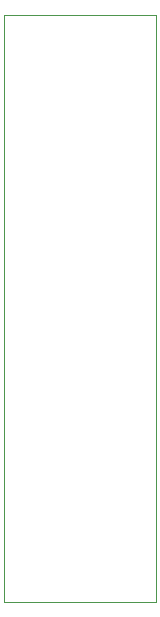
<source format=gbr>
%TF.GenerationSoftware,KiCad,Pcbnew,(6.0.2)*%
%TF.CreationDate,2022-03-27T19:08:05-04:00*%
%TF.ProjectId,Altimeter,416c7469-6d65-4746-9572-2e6b69636164,rev?*%
%TF.SameCoordinates,Original*%
%TF.FileFunction,Profile,NP*%
%FSLAX46Y46*%
G04 Gerber Fmt 4.6, Leading zero omitted, Abs format (unit mm)*
G04 Created by KiCad (PCBNEW (6.0.2)) date 2022-03-27 19:08:05*
%MOMM*%
%LPD*%
G01*
G04 APERTURE LIST*
%TA.AperFunction,Profile*%
%ADD10C,0.100000*%
%TD*%
G04 APERTURE END LIST*
D10*
X32512000Y-73533000D02*
X45339000Y-73533000D01*
X45339000Y-73533000D02*
X45339000Y-23876000D01*
X45339000Y-23876000D02*
X32512000Y-23876000D01*
X32512000Y-23876000D02*
X32512000Y-73533000D01*
M02*

</source>
